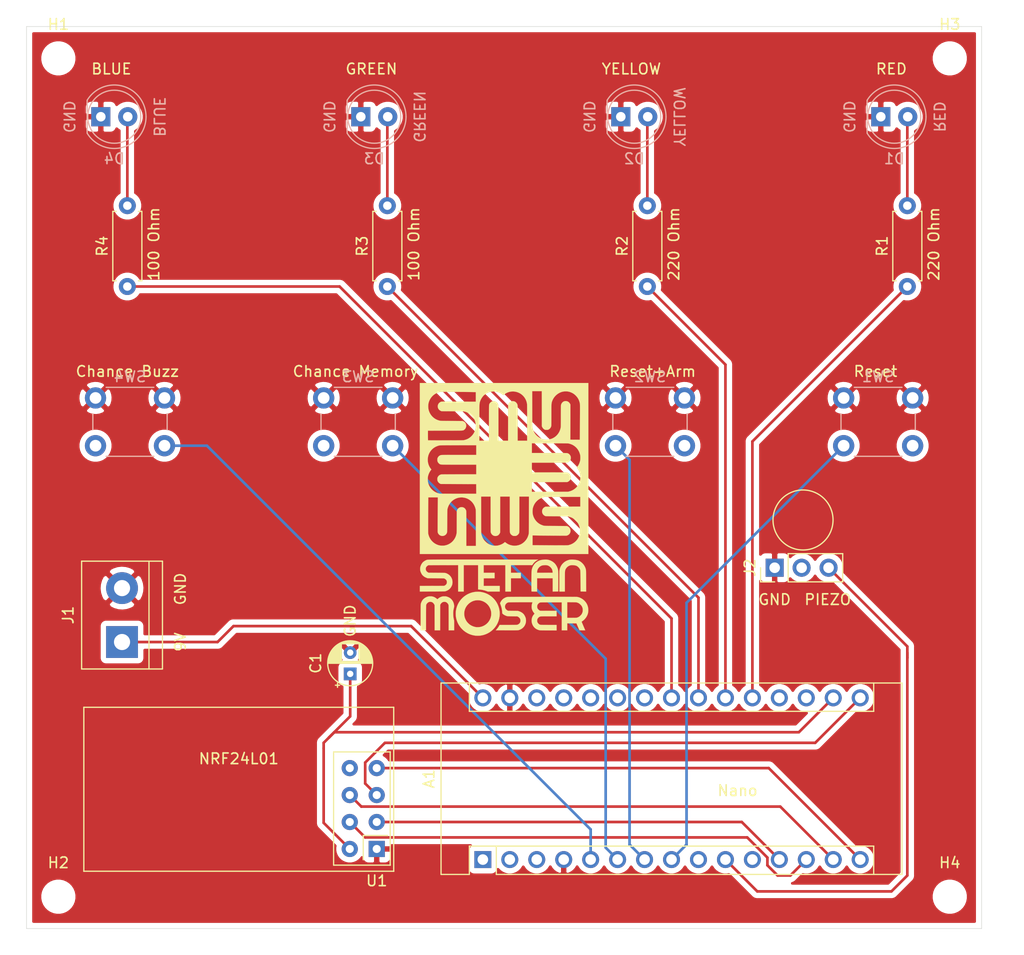
<source format=kicad_pcb>
(kicad_pcb (version 20171130) (host pcbnew "(5.1.10)-1")
  (title_block (title "Buzzersystem - Host") (date 2021-11-04) (rev 1.0) (company "Stefan Moser IT Dienstleistungen") (comment 1 "Stefan Moser"))
  (layers (0 F.Cu signal) (31 B.Cu signal) (34 B.Paste user) (35 F.Paste user) (36 B.SilkS user) (37 F.SilkS user) (38 B.Mask user) (39 F.Mask user) (44 Edge.Cuts user))
  (net 0 "")
  (net 1 "Net-(A1-Pad1)")
  (net 2 "Net-(A1-Pad17)")
  (net 3 "Net-(A1-Pad2)")
  (net 4 "Net-(A1-Pad18)")
  (net 5 "Net-(A1-Pad3)")
  (net 6 "Net-(A1-Pad19)")
  (net 7 GND)
  (net 8 "Net-(A1-Pad20)")
  (net 9 "Net-(A1-Pad5)")
  (net 10 "Net-(A1-Pad21)")
  (net 11 "Net-(A1-Pad6)")
  (net 12 "Net-(A1-Pad22)")
  (net 13 "Net-(A1-Pad7)")
  (net 14 "Net-(A1-Pad23)")
  (net 15 "Net-(A1-Pad8)")
  (net 16 "Net-(A1-Pad24)")
  (net 17 "Net-(A1-Pad9)")
  (net 18 "Net-(A1-Pad25)")
  (net 19 "Net-(A1-Pad10)")
  (net 20 "Net-(A1-Pad26)")
  (net 21 "Net-(A1-Pad11)")
  (net 22 "Net-(A1-Pad27)")
  (net 23 "Net-(A1-Pad12)")
  (net 24 "Net-(A1-Pad28)")
  (net 25 "Net-(A1-Pad13)")
  (net 26 "Net-(A1-Pad14)")
  (net 27 +9V)
  (net 28 "Net-(A1-Pad15)")
  (net 29 "Net-(A1-Pad16)")
  (net 30 "Net-(D1-Pad2)")
  (net 31 "Net-(D2-Pad2)")
  (net 32 "Net-(D3-Pad2)")
  (net 33 "Net-(D4-Pad2)")
  (net 34 "Net-(J2-Pad2)")
  (net 35 "Net-(U1-Pad8)")
  (module logoLib:logo (layer F.Cu) (at 100 110.5)
    (fp_text reference G*** hide)
    (fp_text value LOGO hide)
  )
  (module Button_Switch_THT:SW_PUSH_6mm_H13mm (layer B.Cu) (at 138.5 100 180)
    (fp_text reference SW1 (at 3.25 2) (layer B.SilkS) (effects (justify mirror)))
    (fp_text value SW_Push_Dual)
    (pad 1 thru_hole circle (at 6.5 0 90) (size 2 2) (drill 1.1) (layers *.Cu *.Mask) (net 7 GND))
    (pad 2 thru_hole circle (at 6.5 -4.5 90) (size 2 2) (drill 1.1) (layers *.Cu *.Mask) (net 15 "Net-(A1-Pad8)"))
    (pad 1 thru_hole circle (at 0 0 90) (size 2 2) (drill 1.1) (layers *.Cu *.Mask) (net 7 GND))
    (pad 2 thru_hole circle (at 0 -4.5 90) (size 2 2) (drill 1.1) (layers *.Cu *.Mask) (net 15 "Net-(A1-Pad8)"))
  )
  (module Module:Arduino_Nano (layer F.Cu) (at 98 143.5 90)
    (fp_text reference A1 (at 7.62 -5.08 90) (layer F.SilkS))
    (fp_text value Arduino_Nano_v2.x)
    (pad 1 thru_hole rect (at 0 0 90) (size 1.6 1.6) (drill 1) (layers *.Cu *.Mask) (net 1 "Net-(A1-Pad1)"))
    (pad 17 thru_hole oval (at 15.24 33.02 90) (size 1.6 1.6) (drill 1) (layers *.Cu *.Mask) (net 2 "Net-(A1-Pad17)"))
    (pad 2 thru_hole oval (at 0 2.54 90) (size 1.6 1.6) (drill 1) (layers *.Cu *.Mask) (net 3 "Net-(A1-Pad2)"))
    (pad 18 thru_hole oval (at 15.24 30.48 90) (size 1.6 1.6) (drill 1) (layers *.Cu *.Mask) (net 4 "Net-(A1-Pad18)"))
    (pad 3 thru_hole oval (at 0 5.08 90) (size 1.6 1.6) (drill 1) (layers *.Cu *.Mask) (net 5 "Net-(A1-Pad3)"))
    (pad 19 thru_hole oval (at 15.24 27.94 90) (size 1.6 1.6) (drill 1) (layers *.Cu *.Mask) (net 6 "Net-(A1-Pad19)"))
    (pad 4 thru_hole oval (at 0 7.62 90) (size 1.6 1.6) (drill 1) (layers *.Cu *.Mask) (net 7 GND))
    (pad 20 thru_hole oval (at 15.24 25.4 90) (size 1.6 1.6) (drill 1) (layers *.Cu *.Mask) (net 8 "Net-(A1-Pad20)"))
    (pad 5 thru_hole oval (at 0 10.16 90) (size 1.6 1.6) (drill 1) (layers *.Cu *.Mask) (net 9 "Net-(A1-Pad5)"))
    (pad 21 thru_hole oval (at 15.24 22.86 90) (size 1.6 1.6) (drill 1) (layers *.Cu *.Mask) (net 10 "Net-(A1-Pad21)"))
    (pad 6 thru_hole oval (at 0 12.7 90) (size 1.6 1.6) (drill 1) (layers *.Cu *.Mask) (net 11 "Net-(A1-Pad6)"))
    (pad 22 thru_hole oval (at 15.24 20.32 90) (size 1.6 1.6) (drill 1) (layers *.Cu *.Mask) (net 12 "Net-(A1-Pad22)"))
    (pad 7 thru_hole oval (at 0 15.24 90) (size 1.6 1.6) (drill 1) (layers *.Cu *.Mask) (net 13 "Net-(A1-Pad7)"))
    (pad 23 thru_hole oval (at 15.24 17.78 90) (size 1.6 1.6) (drill 1) (layers *.Cu *.Mask) (net 14 "Net-(A1-Pad23)"))
    (pad 8 thru_hole oval (at 0 17.78 90) (size 1.6 1.6) (drill 1) (layers *.Cu *.Mask) (net 15 "Net-(A1-Pad8)"))
    (pad 24 thru_hole oval (at 15.24 15.24 90) (size 1.6 1.6) (drill 1) (layers *.Cu *.Mask) (net 16 "Net-(A1-Pad24)"))
    (pad 9 thru_hole oval (at 0 20.32 90) (size 1.6 1.6) (drill 1) (layers *.Cu *.Mask) (net 17 "Net-(A1-Pad9)"))
    (pad 25 thru_hole oval (at 15.24 12.7 90) (size 1.6 1.6) (drill 1) (layers *.Cu *.Mask) (net 18 "Net-(A1-Pad25)"))
    (pad 10 thru_hole oval (at 0 22.86 90) (size 1.6 1.6) (drill 1) (layers *.Cu *.Mask) (net 19 "Net-(A1-Pad10)"))
    (pad 26 thru_hole oval (at 15.24 10.16 90) (size 1.6 1.6) (drill 1) (layers *.Cu *.Mask) (net 20 "Net-(A1-Pad26)"))
    (pad 11 thru_hole oval (at 0 25.4 90) (size 1.6 1.6) (drill 1) (layers *.Cu *.Mask) (net 21 "Net-(A1-Pad11)"))
    (pad 27 thru_hole oval (at 15.24 7.62 90) (size 1.6 1.6) (drill 1) (layers *.Cu *.Mask) (net 22 "Net-(A1-Pad27)"))
    (pad 12 thru_hole oval (at 0 27.94 90) (size 1.6 1.6) (drill 1) (layers *.Cu *.Mask) (net 23 "Net-(A1-Pad12)"))
    (pad 28 thru_hole oval (at 15.24 5.08 90) (size 1.6 1.6) (drill 1) (layers *.Cu *.Mask) (net 24 "Net-(A1-Pad28)"))
    (pad 13 thru_hole oval (at 0 30.48 90) (size 1.6 1.6) (drill 1) (layers *.Cu *.Mask) (net 25 "Net-(A1-Pad13)"))
    (pad 29 thru_hole oval (at 15.24 2.54 90) (size 1.6 1.6) (drill 1) (layers *.Cu *.Mask) (net 7 GND))
    (pad 14 thru_hole oval (at 0 33.02 90) (size 1.6 1.6) (drill 1) (layers *.Cu *.Mask) (net 26 "Net-(A1-Pad14)"))
    (pad 30 thru_hole oval (at 15.24 0 90) (size 1.6 1.6) (drill 1) (layers *.Cu *.Mask) (net 27 +9V))
    (pad 15 thru_hole oval (at 0 35.56 90) (size 1.6 1.6) (drill 1) (layers *.Cu *.Mask) (net 28 "Net-(A1-Pad15)"))
    (pad 16 thru_hole oval (at 15.24 35.56 90) (size 1.6 1.6) (drill 1) (layers *.Cu *.Mask) (net 29 "Net-(A1-Pad16)"))
  )
  (module Capacitor_THT:CP_Radial_D4.0mm_P2.00mm (layer F.Cu) (at 85.5 126 90)
    (fp_text reference C1 (at 1 -3.25 90) (layer F.SilkS))
    (fp_text value CP)
    (pad 1 thru_hole rect (at 0 0 90) (size 1.2 1.2) (drill 0.6) (layers *.Cu *.Mask) (net 2 "Net-(A1-Pad17)"))
    (pad 2 thru_hole circle (at 2 0 90) (size 1.2 1.2) (drill 0.6) (layers *.Cu *.Mask) (net 7 GND))
  )
  (module LED_THT:LED_D5.0mm (layer B.Cu) (at 135.5 73.5)
    (fp_text reference D1 (at 1.27 3.96) (layer B.SilkS) (effects (justify mirror)))
    (fp_text value LED)
    (pad 2 thru_hole circle (at 2.54 0) (size 1.8 1.8) (drill 0.9) (layers *.Cu *.Mask) (net 30 "Net-(D1-Pad2)"))
    (pad 1 thru_hole rect (at 0 0) (size 1.8 1.8) (drill 0.9) (layers *.Cu *.Mask) (net 7 GND))
  )
  (module LED_THT:LED_D5.0mm (layer B.Cu) (at 111 73.5)
    (fp_text reference D2 (at 1.27 3.96) (layer B.SilkS) (effects (justify mirror)))
    (fp_text value LED)
    (pad 1 thru_hole rect (at 0 0) (size 1.8 1.8) (drill 0.9) (layers *.Cu *.Mask) (net 7 GND))
    (pad 2 thru_hole circle (at 2.54 0) (size 1.8 1.8) (drill 0.9) (layers *.Cu *.Mask) (net 31 "Net-(D2-Pad2)"))
  )
  (module LED_THT:LED_D5.0mm (layer B.Cu) (at 86.5 73.5)
    (fp_text reference D3 (at 1.27 3.96) (layer B.SilkS) (effects (justify mirror)))
    (fp_text value LED)
    (pad 2 thru_hole circle (at 2.54 0) (size 1.8 1.8) (drill 0.9) (layers *.Cu *.Mask) (net 32 "Net-(D3-Pad2)"))
    (pad 1 thru_hole rect (at 0 0) (size 1.8 1.8) (drill 0.9) (layers *.Cu *.Mask) (net 7 GND))
  )
  (module LED_THT:LED_D5.0mm (layer B.Cu) (at 62 73.5)
    (fp_text reference D4 (at 1.27 3.96) (layer B.SilkS) (effects (justify mirror)))
    (fp_text value LED)
    (pad 1 thru_hole rect (at 0 0) (size 1.8 1.8) (drill 0.9) (layers *.Cu *.Mask) (net 7 GND))
    (pad 2 thru_hole circle (at 2.54 0) (size 1.8 1.8) (drill 0.9) (layers *.Cu *.Mask) (net 33 "Net-(D4-Pad2)"))
  )
  (module TerminalBlock:TerminalBlock_bornier-2_P5.08mm (layer F.Cu) (at 64 123 90)
    (fp_text reference J1 (at 2.54 -5.08 90) (layer F.SilkS))
    (fp_text value Screw_Terminal_01x02)
    (pad 1 thru_hole rect (at 0 0 90) (size 3 3) (drill 1.52) (layers *.Cu *.Mask) (net 27 +9V))
    (pad 2 thru_hole circle (at 5.08 0 90) (size 3 3) (drill 1.52) (layers *.Cu *.Mask) (net 7 GND))
  )
  (module Connector_PinHeader_2.54mm:PinHeader_1x03_P2.54mm_Vertical (layer F.Cu) (at 125.5 116 90)
    (fp_text reference J2 (at 0 -2.33 90) (layer F.SilkS))
    (fp_text value Conn_01x03_Female)
    (pad 1 thru_hole rect (at 0 0 90) (size 1.7 1.7) (drill 1) (layers *.Cu *.Mask) (net 7 GND))
    (pad 2 thru_hole oval (at 0 2.54 90) (size 1.7 1.7) (drill 1) (layers *.Cu *.Mask) (net 34 "Net-(J2-Pad2)"))
    (pad 3 thru_hole oval (at 0 5.08 90) (size 1.7 1.7) (drill 1) (layers *.Cu *.Mask) (net 19 "Net-(A1-Pad10)"))
  )
  (module Resistor_THT:R_Axial_DIN0207_L6.3mm_D2.5mm_P7.62mm_Horizontal (layer F.Cu) (at 138 89.5 90)
    (fp_text reference R1 (at 3.81 -2.37 90) (layer F.SilkS))
    (fp_text value R)
    (pad 2 thru_hole oval (at 7.62 0 90) (size 1.6 1.6) (drill 0.8) (layers *.Cu *.Mask) (net 30 "Net-(D1-Pad2)"))
    (pad 1 thru_hole circle (at 0 0 90) (size 1.6 1.6) (drill 0.8) (layers *.Cu *.Mask) (net 8 "Net-(A1-Pad20)"))
  )
  (module Resistor_THT:R_Axial_DIN0207_L6.3mm_D2.5mm_P7.62mm_Horizontal (layer F.Cu) (at 113.5 89.5 90)
    (fp_text reference R2 (at 3.81 -2.37 90) (layer F.SilkS))
    (fp_text value R)
    (pad 1 thru_hole circle (at 0 0 90) (size 1.6 1.6) (drill 0.8) (layers *.Cu *.Mask) (net 10 "Net-(A1-Pad21)"))
    (pad 2 thru_hole oval (at 7.62 0 90) (size 1.6 1.6) (drill 0.8) (layers *.Cu *.Mask) (net 31 "Net-(D2-Pad2)"))
  )
  (module Resistor_THT:R_Axial_DIN0207_L6.3mm_D2.5mm_P7.62mm_Horizontal (layer F.Cu) (at 89 89.5 90)
    (fp_text reference R3 (at 3.81 -2.37 90) (layer F.SilkS))
    (fp_text value R)
    (pad 1 thru_hole circle (at 0 0 90) (size 1.6 1.6) (drill 0.8) (layers *.Cu *.Mask) (net 12 "Net-(A1-Pad22)"))
    (pad 2 thru_hole oval (at 7.62 0 90) (size 1.6 1.6) (drill 0.8) (layers *.Cu *.Mask) (net 32 "Net-(D3-Pad2)"))
  )
  (module Resistor_THT:R_Axial_DIN0207_L6.3mm_D2.5mm_P7.62mm_Horizontal (layer F.Cu) (at 64.5 89.5 90)
    (fp_text reference R4 (at 3.81 -2.37 90) (layer F.SilkS))
    (fp_text value R)
    (pad 2 thru_hole oval (at 7.62 0 90) (size 1.6 1.6) (drill 0.8) (layers *.Cu *.Mask) (net 33 "Net-(D4-Pad2)"))
    (pad 1 thru_hole circle (at 0 0 90) (size 1.6 1.6) (drill 0.8) (layers *.Cu *.Mask) (net 14 "Net-(A1-Pad23)"))
  )
  (module Button_Switch_THT:SW_PUSH_6mm_H13mm (layer B.Cu) (at 117 100 180)
    (fp_text reference SW2 (at 3.25 2) (layer B.SilkS) (effects (justify mirror)))
    (fp_text value SW_Push_Dual)
    (pad 2 thru_hole circle (at 0 -4.5 90) (size 2 2) (drill 1.1) (layers *.Cu *.Mask) (net 13 "Net-(A1-Pad7)"))
    (pad 1 thru_hole circle (at 0 0 90) (size 2 2) (drill 1.1) (layers *.Cu *.Mask) (net 7 GND))
    (pad 2 thru_hole circle (at 6.5 -4.5 90) (size 2 2) (drill 1.1) (layers *.Cu *.Mask) (net 13 "Net-(A1-Pad7)"))
    (pad 1 thru_hole circle (at 6.5 0 90) (size 2 2) (drill 1.1) (layers *.Cu *.Mask) (net 7 GND))
  )
  (module Button_Switch_THT:SW_PUSH_6mm_H13mm (layer B.Cu) (at 89.5 100 180)
    (fp_text reference SW3 (at 3.25 2) (layer B.SilkS) (effects (justify mirror)))
    (fp_text value SW_Push_Dual)
    (pad 1 thru_hole circle (at 6.5 0 90) (size 2 2) (drill 1.1) (layers *.Cu *.Mask) (net 7 GND))
    (pad 2 thru_hole circle (at 6.5 -4.5 90) (size 2 2) (drill 1.1) (layers *.Cu *.Mask) (net 11 "Net-(A1-Pad6)"))
    (pad 1 thru_hole circle (at 0 0 90) (size 2 2) (drill 1.1) (layers *.Cu *.Mask) (net 7 GND))
    (pad 2 thru_hole circle (at 0 -4.5 90) (size 2 2) (drill 1.1) (layers *.Cu *.Mask) (net 11 "Net-(A1-Pad6)"))
  )
  (module Button_Switch_THT:SW_PUSH_6mm_H13mm (layer B.Cu) (at 68 100 180)
    (fp_text reference SW4 (at 3.25 2) (layer B.SilkS) (effects (justify mirror)))
    (fp_text value SW_Push_Dual)
    (pad 2 thru_hole circle (at 0 -4.5 90) (size 2 2) (drill 1.1) (layers *.Cu *.Mask) (net 9 "Net-(A1-Pad5)"))
    (pad 1 thru_hole circle (at 0 0 90) (size 2 2) (drill 1.1) (layers *.Cu *.Mask) (net 7 GND))
    (pad 2 thru_hole circle (at 6.5 -4.5 90) (size 2 2) (drill 1.1) (layers *.Cu *.Mask) (net 9 "Net-(A1-Pad5)"))
    (pad 1 thru_hole circle (at 6.5 0 90) (size 2 2) (drill 1.1) (layers *.Cu *.Mask) (net 7 GND))
  )
  (module RF_Module:nRF24L01_Breakout (layer F.Cu) (at 88 142.5 180)
    (fp_text reference U1 (at 0 -3) (layer F.SilkS))
    (fp_text value NRF24L01_Breakout)
    (pad 1 thru_hole rect (at 0 0 180) (size 1.524 1.524) (drill 0.762) (layers *.Cu *.Mask) (net 7 GND))
    (pad 2 thru_hole circle (at 2.54 0 180) (size 1.524 1.524) (drill 0.762) (layers *.Cu *.Mask) (net 2 "Net-(A1-Pad17)"))
    (pad 3 thru_hole circle (at 0 2.54 180) (size 1.524 1.524) (drill 0.762) (layers *.Cu *.Mask) (net 23 "Net-(A1-Pad12)"))
    (pad 4 thru_hole circle (at 2.54 2.54 180) (size 1.524 1.524) (drill 0.762) (layers *.Cu *.Mask) (net 25 "Net-(A1-Pad13)"))
    (pad 5 thru_hole circle (at 0 5.08 180) (size 1.524 1.524) (drill 0.762) (layers *.Cu *.Mask) (net 29 "Net-(A1-Pad16)"))
    (pad 6 thru_hole circle (at 2.54 5.08 180) (size 1.524 1.524) (drill 0.762) (layers *.Cu *.Mask) (net 26 "Net-(A1-Pad14)"))
    (pad 7 thru_hole circle (at 0 7.62 180) (size 1.524 1.524) (drill 0.762) (layers *.Cu *.Mask) (net 28 "Net-(A1-Pad15)"))
    (pad 8 thru_hole circle (at 2.54 7.62 180) (size 1.524 1.524) (drill 0.762) (layers *.Cu *.Mask) (net 35 "Net-(U1-Pad8)"))
  )
  (module MountingHole:MountingHole_2.2mm_M2 (layer F.Cu) (at 58 68)
    (fp_text reference H1 (at 0 -3.2) (layer F.SilkS))
    (fp_text value MountingHole)
    (pad 1 np_thru_hole circle (at 0 0) (size 2.2 2.2) (drill 2.2) (layers *.Cu *.Mask))
  )
  (module MountingHole:MountingHole_2.2mm_M2 (layer F.Cu) (at 58 147)
    (fp_text reference H2 (at 0 -3.2) (layer F.SilkS))
    (fp_text value MountingHole)
    (pad 1 np_thru_hole circle (at 0 0) (size 2.2 2.2) (drill 2.2) (layers *.Cu *.Mask))
  )
  (module MountingHole:MountingHole_2.2mm_M2 (layer F.Cu) (at 142 68)
    (fp_text reference H3 (at 0 -3.2) (layer F.SilkS))
    (fp_text value MountingHole)
    (pad 1 np_thru_hole circle (at 0 0) (size 2.2 2.2) (drill 2.2) (layers *.Cu *.Mask))
  )
  (module MountingHole:MountingHole_2.2mm_M2 (layer F.Cu) (at 142 147)
    (fp_text reference H4 (at 0 -3.2) (layer F.SilkS))
    (fp_text value MountingHole)
    (pad 1 np_thru_hole circle (at 0 0) (size 2.2 2.2) (drill 2.2) (layers *.Cu *.Mask))
  )
  (gr_text GND (at 59 73.5 270) (layer B.SilkS) (effects (font (size 1 1)) (justify mirror)))
  (gr_text GND (at 83.5 73.5 270) (layer B.SilkS) (effects (font (size 1 1)) (justify mirror)))
  (gr_text GND (at 108 73.5 270) (layer B.SilkS) (effects (font (size 1 1)) (justify mirror)))
  (gr_text GND (at 132.5 73.5 270) (layer B.SilkS) (effects (font (size 1 1)) (justify mirror)))
  (gr_text BLUE (at 67.5 73.5 270) (layer B.SilkS) (effects (font (size 1 1)) (justify mirror)))
  (gr_text GREEN (at 92 73.5 270) (layer B.SilkS) (effects (font (size 1 1)) (justify mirror)))
  (gr_text YELLOW (at 116.5 73.5 270) (layer B.SilkS) (effects (font (size 1 1)) (justify mirror)))
  (gr_text RED (at 141 73.5 270) (layer B.SilkS) (effects (font (size 1 1)) (justify mirror)))
  (gr_text "100 Ohm" (at 67 85.5 90) (layer F.SilkS) (effects (font (size 1 1))))
  (gr_text "100 Ohm" (at 91.5 85.5 90) (layer F.SilkS) (effects (font (size 1 1))))
  (gr_text "220 Ohm" (at 116 85.5 90) (layer F.SilkS) (effects (font (size 1 1))))
  (gr_text "220 Ohm" (at 140.5 85.5 90) (layer F.SilkS) (effects (font (size 1 1))))
  (gr_text BLUE (at 63 69) (layer F.SilkS) (effects (font (size 1 1))))
  (gr_text GREEN (at 87.5 69) (layer F.SilkS) (effects (font (size 1 1))))
  (gr_text YELLOW (at 112 69) (layer F.SilkS) (effects (font (size 1 1))))
  (gr_text "RED\n" (at 136.5 69) (layer F.SilkS) (effects (font (size 1 1))))
  (gr_text Reset (at 135 97.5) (layer F.SilkS) (effects (font (size 1 1))))
  (gr_text Reset+Arm (at 114 97.5) (layer F.SilkS) (effects (font (size 1 1))))
  (gr_text "Chance Memory" (at 86 97.5) (layer F.SilkS) (effects (font (size 1 1))))
  (gr_text "Chance Buzz" (at 64.5 97.5) (layer F.SilkS) (effects (font (size 1 1))))
  (gr_text GND (at 85.5 121 90) (layer F.SilkS) (effects (font (size 1 1))))
  (gr_text PIEZO (at 130.5 119) (layer F.SilkS) (effects (font (size 1 1))))
  (gr_text GND (at 125.5 119) (layer F.SilkS) (effects (font (size 1 1))))
  (gr_circle (center 128.171573 111.5) (end 126.171573 113.5) (layer F.SilkS) (width 0.12))
  (gr_text Nano (at 122 137) (layer F.SilkS) (effects (font (size 1 1))))
  (gr_text GND (at 69.5 118 90) (layer F.SilkS) (effects (font (size 1 1))))
  (gr_text 9V (at 69.5 123 90) (layer F.SilkS) (effects (font (size 1 1))))
  (gr_text NRF24L01 (at 75 134) (layer F.SilkS) (effects (font (size 1 1))))
  (gr_line (start 55 150) (end 145 150) (layer Edge.Cuts) (width 0.05))
  (gr_line (start 55 65) (end 55 150) (layer Edge.Cuts) (width 0.05))
  (gr_line (start 145 65) (end 55 65) (layer Edge.Cuts) (width 0.05))
  (gr_line (start 145 150) (end 145 65) (layer Edge.Cuts) (width 0.05))
  (segment (start 85.46 142.5) (end 83 140.04) (width 0.25) (layer F.Cu) (net 2))
  (segment (start 83 140.04) (end 83 133) (width 0.25) (layer F.Cu) (net 2))
  (segment (start 83 133) (end 83 132.5) (width 0.25) (layer F.Cu) (net 2))
  (segment (start 127.78 131.5) (end 131.02 128.26) (width 0.25) (layer F.Cu) (net 2))
  (segment (start 84 131.5) (end 127.78 131.5) (width 0.25) (layer F.Cu) (net 2))
  (segment (start 85.5 130) (end 83.5 132) (width 0.25) (layer F.Cu) (net 2))
  (segment (start 85.5 126) (end 85.5 130) (width 0.25) (layer F.Cu) (net 2))
  (segment (start 83.5 132) (end 84 131.5) (width 0.25) (layer F.Cu) (net 2))
  (segment (start 83 132.5) (end 83.5 132) (width 0.25) (layer F.Cu) (net 2))
  (segment (start 123.4 104.1) (end 123.4 128.26) (width 0.25) (layer F.Cu) (net 8))
  (segment (start 138 89.5) (end 123.4 104.1) (width 0.25) (layer F.Cu) (net 8))
  (segment (start 68 104.5) (end 72 104.5) (width 0.25) (layer B.Cu) (net 9))
  (segment (start 108.16 140.66) (end 108.16 143.5) (width 0.25) (layer B.Cu) (net 9))
  (segment (start 72 104.5) (end 108.16 140.66) (width 0.25) (layer B.Cu) (net 9))
  (segment (start 120.86 96.86) (end 120.86 128.26) (width 0.25) (layer F.Cu) (net 10))
  (segment (start 113.5 89.5) (end 120.86 96.86) (width 0.25) (layer F.Cu) (net 10))
  (segment (start 109.574999 142.374999) (end 110.7 143.5) (width 0.25) (layer B.Cu) (net 11))
  (segment (start 109.574999 124.574999) (end 109.574999 142.374999) (width 0.25) (layer B.Cu) (net 11))
  (segment (start 89.5 104.5) (end 109.574999 124.574999) (width 0.25) (layer B.Cu) (net 11))
  (segment (start 118.32 118.82) (end 118.32 128.26) (width 0.25) (layer F.Cu) (net 12))
  (segment (start 89 89.5) (end 118.32 118.82) (width 0.25) (layer F.Cu) (net 12))
  (segment (start 111.825001 142.085001) (end 113.24 143.5) (width 0.25) (layer B.Cu) (net 13))
  (segment (start 111.825001 105.825001) (end 111.825001 142.085001) (width 0.25) (layer B.Cu) (net 13))
  (segment (start 110.5 104.5) (end 111.825001 105.825001) (width 0.25) (layer B.Cu) (net 13))
  (segment (start 64.5 89.5) (end 84.5 89.5) (width 0.25) (layer F.Cu) (net 14))
  (segment (start 115.78 120.78) (end 115.78 128.26) (width 0.25) (layer F.Cu) (net 14))
  (segment (start 84.5 89.5) (end 115.78 120.78) (width 0.25) (layer F.Cu) (net 14))
  (segment (start 117.194999 142.085001) (end 115.78 143.5) (width 0.25) (layer B.Cu) (net 15))
  (segment (start 117.194999 119.305001) (end 117.194999 142.085001) (width 0.25) (layer B.Cu) (net 15))
  (segment (start 132 104.5) (end 117.194999 119.305001) (width 0.25) (layer B.Cu) (net 15))
  (segment (start 138 145) (end 136.5 146.5) (width 0.25) (layer F.Cu) (net 19))
  (segment (start 123.86 146.5) (end 120.86 143.5) (width 0.25) (layer F.Cu) (net 19))
  (segment (start 136.5 146.5) (end 123.86 146.5) (width 0.25) (layer F.Cu) (net 19))
  (segment (start 138 123.42) (end 138 124.5) (width 0.25) (layer F.Cu) (net 19))
  (segment (start 130.58 116) (end 138 123.42) (width 0.25) (layer F.Cu) (net 19))
  (segment (start 138 124.5) (end 138 145) (width 0.25) (layer F.Cu) (net 19))
  (segment (start 138 124) (end 138 124.5) (width 0.25) (layer F.Cu) (net 19))
  (segment (start 122.4 139.96) (end 125.94 143.5) (width 0.25) (layer F.Cu) (net 23))
  (segment (start 88 139.96) (end 122.4 139.96) (width 0.25) (layer F.Cu) (net 23))
  (segment (start 124.814999 144.040001) (end 125.774998 145) (width 0.25) (layer F.Cu) (net 25))
  (segment (start 124.814999 143.314999) (end 124.814999 144.040001) (width 0.25) (layer F.Cu) (net 25))
  (segment (start 122.912999 141.412999) (end 124.814999 143.314999) (width 0.25) (layer F.Cu) (net 25))
  (segment (start 86.912999 141.412999) (end 122.912999 141.412999) (width 0.25) (layer F.Cu) (net 25))
  (segment (start 85.46 139.96) (end 86.912999 141.412999) (width 0.25) (layer F.Cu) (net 25))
  (segment (start 126.98 145) (end 128.48 143.5) (width 0.25) (layer F.Cu) (net 25))
  (segment (start 125.774998 145) (end 126.98 145) (width 0.25) (layer F.Cu) (net 25))
  (segment (start 126.027001 138.507001) (end 131.02 143.5) (width 0.25) (layer F.Cu) (net 26))
  (segment (start 86.547001 138.507001) (end 126.027001 138.507001) (width 0.25) (layer F.Cu) (net 26))
  (segment (start 85.46 137.42) (end 86.547001 138.507001) (width 0.25) (layer F.Cu) (net 26))
  (segment (start 64 123) (end 73 123) (width 0.25) (layer F.Cu) (net 27))
  (segment (start 73 123) (end 74.5 121.5) (width 0.25) (layer F.Cu) (net 27))
  (segment (start 91.24 121.5) (end 98 128.26) (width 0.25) (layer F.Cu) (net 27))
  (segment (start 74.5 121.5) (end 91.24 121.5) (width 0.25) (layer F.Cu) (net 27))
  (segment (start 124.94 134.88) (end 133.56 143.5) (width 0.25) (layer F.Cu) (net 28))
  (segment (start 88 134.88) (end 124.94 134.88) (width 0.25) (layer F.Cu) (net 28))
  (segment (start 88 137.42) (end 88 137.5) (width 0.25) (layer F.Cu) (net 29))
  (segment (start 86.912999 134.358239) (end 88.771238 132.5) (width 0.25) (layer F.Cu) (net 29))
  (segment (start 86.912999 136.332999) (end 86.912999 134.358239) (width 0.25) (layer F.Cu) (net 29))
  (segment (start 88 137.42) (end 86.912999 136.332999) (width 0.25) (layer F.Cu) (net 29))
  (segment (start 129.32 132.5) (end 133.56 128.26) (width 0.25) (layer F.Cu) (net 29))
  (segment (start 88.771238 132.5) (end 129.32 132.5) (width 0.25) (layer F.Cu) (net 29))
  (segment (start 138 73.54) (end 138.04 73.5) (width 0.25) (layer F.Cu) (net 30))
  (segment (start 138 81.88) (end 138 73.54) (width 0.25) (layer F.Cu) (net 30))
  (segment (start 113.5 73.54) (end 113.54 73.5) (width 0.25) (layer F.Cu) (net 31))
  (segment (start 113.5 81.88) (end 113.5 73.54) (width 0.25) (layer F.Cu) (net 31))
  (segment (start 89 73.54) (end 89.04 73.5) (width 0.25) (layer F.Cu) (net 32))
  (segment (start 89 81.88) (end 89 73.54) (width 0.25) (layer F.Cu) (net 32))
  (segment (start 64.5 73.54) (end 64.54 73.5) (width 0.25) (layer F.Cu) (net 33))
  (segment (start 64.5 81.88) (end 64.5 73.54) (width 0.25) (layer F.Cu) (net 33))
  (zone (net 7) (net_name GND) (layer F.Cu) (connect_pads (clearance 0.508)) (min_thickness 0.254) (fill yes (arc_segments 32) (thermal_gap 0.508) (thermal_bridge_width 0.508))
    (polygon (pts (xy 149 63) (xy 148 152.5) (xy 52.5 152.5) (xy 52.5 62.5)))
  )
)
</source>
